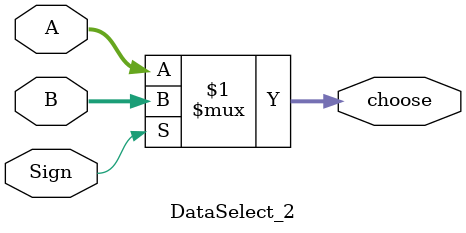
<source format=v>
`timescale 1ns / 1ps  
  
module DataSelect_2(input [31:0] A, B,  
                    input Sign,  
                    output wire [31:0] choose);  
  
                    assign choose = Sign ? B : A;  
  
endmodule  
</source>
